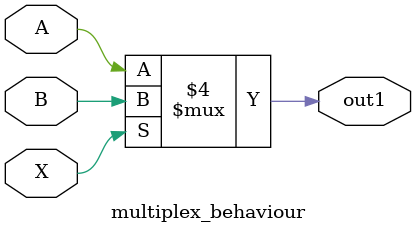
<source format=v>
module multiplex_behaviour (
    A,
    B,
    X,
    out1
);
  input A, B, X;
  output reg out1;
  // procedure block
  // the code enclosed in always block will be executed in every clock cycle
  always @(*) begin
    if (X == 0) out1 = A;
    else out1 = B;
  end
endmodule

</source>
